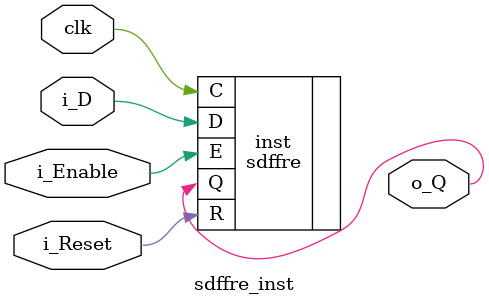
<source format=v>
                                   

`timescale 1ns / 1ps

module sdffre_inst (
	input clk, //clock
	input i_Reset, //reset signal
	input i_Enable, //enable signal
	input i_D, //input to flop
	output o_Q  //output from flop
	);

//
// INSTANTIATIONS
//
	sdffre inst(
		.D(i_D),
		.R(i_Reset),
		.E(i_Enable),
		.C(clk),
		.Q(o_Q)
		);

endmodule
</source>
